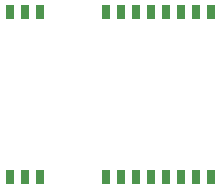
<source format=gbr>
%TF.GenerationSoftware,KiCad,Pcbnew,8.0.9-8.0.9-0~ubuntu22.04.1*%
%TF.CreationDate,2025-03-07T09:54:06+01:00*%
%TF.ProjectId,HB-UNI-SEN-BATT_E07-900M10S_FUEL4EP,48422d55-4e49-42d5-9345-4e2d42415454,1.2*%
%TF.SameCoordinates,Original*%
%TF.FileFunction,Paste,Top*%
%TF.FilePolarity,Positive*%
%FSLAX46Y46*%
G04 Gerber Fmt 4.6, Leading zero omitted, Abs format (unit mm)*
G04 Created by KiCad (PCBNEW 8.0.9-8.0.9-0~ubuntu22.04.1) date 2025-03-07 09:54:06*
%MOMM*%
%LPD*%
G01*
G04 APERTURE LIST*
%ADD10R,0.800000X1.270000*%
G04 APERTURE END LIST*
D10*
%TO.C,Module1*%
X41018000Y25051000D03*
X41018000Y39051000D03*
X39748000Y25051000D03*
X39748000Y39051000D03*
X38478000Y25051000D03*
X38478000Y39051000D03*
X37208000Y25051000D03*
X37208000Y39051000D03*
X35938000Y25051000D03*
X35938000Y39051000D03*
X34668000Y25051000D03*
X34668000Y39051000D03*
X33398000Y25051000D03*
X33398000Y39051000D03*
X32128000Y25051000D03*
X32128000Y39051000D03*
X26558000Y25051000D03*
X26558000Y39051000D03*
X25288000Y25051000D03*
X25288000Y39051000D03*
X24018000Y25051000D03*
X24018000Y39051000D03*
%TD*%
M02*

</source>
